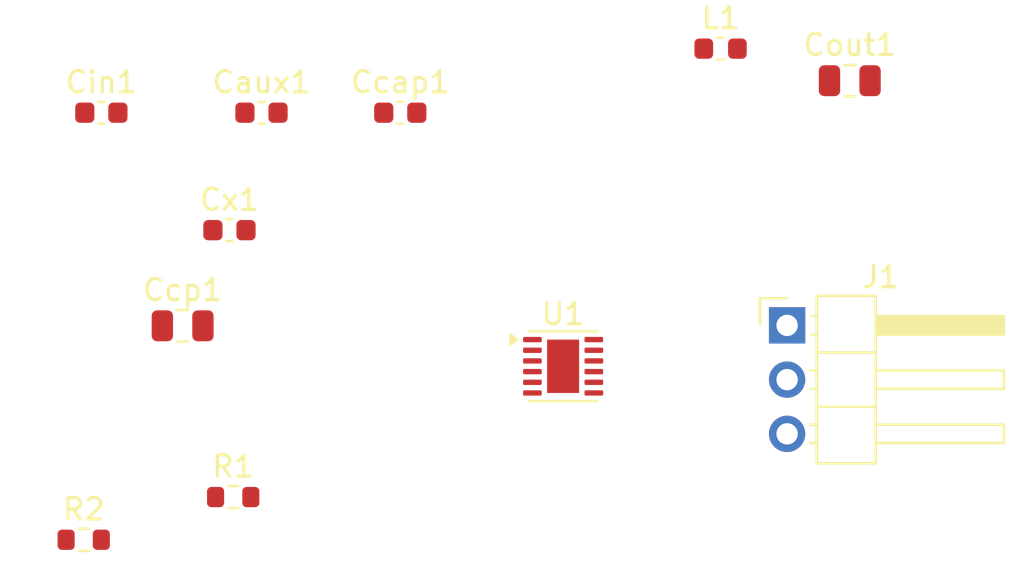
<source format=kicad_pcb>
(kicad_pcb (version 20241229) (generator "pcbnew") (generator_version "9.0")
  (layers (0 "F.Cu" signal) (2 "B.Cu" signal) (13 "F.Paste" user) (15 "B.Paste" user) (5 "F.SilkS" user "F.Silkscreen") (7 "B.SilkS" user "B.Silkscreen") (1 "F.Mask" user) (3 "B.Mask" user) (25 "Edge.Cuts" user))
  (net 0 "")
  (net 1 "Net-(U1-SW)")
  (net 2 "Net-(U1-CP)")
  (net 3 "Vin")
  (net 4 "GND")
  (net 5 "Vout")
  (net 6 "Net-(U1-CAP)")
  (net 7 "Net-(U1-FB)")
  (net 8 "Net-(U1-Vref)")
  (net 9 "Net-(U1-Vaux)")
  (footprint "Inductor_SMD:L_0603_1608Metric" (layer "F.Cu") (at 151 72.5)
    (property "Reference" "L1" (at 0 -1.43 0) (layer "F.SilkS"))
    (property "Value" "4.7 uH")
    (fp_line (start -0.162779 -0.51) (end 0.162779 -0.51) (stroke (width 0.12)) (layer "F.SilkS"))
    (fp_line (start -0.162779 0.51) (end 0.162779 0.51) (stroke (width 0.12)) (layer "F.SilkS"))
    (pad "1" smd roundrect (at -0.7875 0) (size 0.875 0.95) (layers "F.Cu" "F.Mask" "F.Paste") (net 1 "Net-(U1-SW)"))
    (pad "2" smd roundrect (at 0.7875 0) (size 0.875 0.95) (layers "F.Cu" "F.Mask" "F.Paste") (net 5 "Vout"))
  )
  (footprint "Capacitor_SMD:C_0805_2012Metric" (layer "F.Cu") (at 157.05 74)
    (property "Reference" "Cout1" (at 0 -1.68 0) (layer "F.SilkS"))
    (property "Value" "2 x 22uF10V / 0805")
    (fp_line (start -0.261252 -0.735) (end 0.261252 -0.735) (stroke (width 0.12)) (layer "F.SilkS"))
    (fp_line (start -0.261252 0.735) (end 0.261252 0.735) (stroke (width 0.12)) (layer "F.SilkS"))
    (pad "1" smd roundrect (at -0.95 0) (size 1 1.45) (layers "F.Cu" "F.Mask" "F.Paste") (net 5 "Vout"))
    (pad "2" smd roundrect (at 0.95 0) (size 1 1.45) (layers "F.Cu" "F.Mask" "F.Paste") (net 4 "GND"))
  )
  (footprint "Capacitor_SMD:C_0603_1608Metric" (layer "F.Cu") (at 129.5 75.5)
    (property "Reference" "Caux1" (at 0 -1.43 0) (layer "F.SilkS"))
    (property "Value" "220nF")
    (fp_line (start -0.14058 -0.51) (end 0.14058 -0.51) (stroke (width 0.12)) (layer "F.SilkS"))
    (fp_line (start -0.14058 0.51) (end 0.14058 0.51) (stroke (width 0.12)) (layer "F.SilkS"))
    (pad "1" smd roundrect (at -0.775 0) (size 0.9 0.95) (layers "F.Cu" "F.Mask" "F.Paste") (net 9 "Net-(U1-Vaux)"))
    (pad "2" smd roundrect (at 0.775 0) (size 0.9 0.95) (layers "F.Cu" "F.Mask" "F.Paste") (net 4 "GND"))
  )
  (footprint "Resistor_SMD:R_0603_1608Metric" (layer "F.Cu") (at 121.175 95.5)
    (property "Reference" "R2" (at 0 -1.43 0) (layer "F.SilkS"))
    (property "Value" "24k")
    (fp_line (start -0.237258 -0.5225) (end 0.237258 -0.5225) (stroke (width 0.12)) (layer "F.SilkS"))
    (fp_line (start -0.237258 0.5225) (end 0.237258 0.5225) (stroke (width 0.12)) (layer "F.SilkS"))
    (pad "1" smd roundrect (at -0.825 0) (size 0.8 0.95) (layers "F.Cu" "F.Mask" "F.Paste") (net 7 "Net-(U1-FB)"))
    (pad "2" smd roundrect (at 0.825 0) (size 0.8 0.95) (layers "F.Cu" "F.Mask" "F.Paste") (net 4 "GND"))
  )
  (footprint "Capacitor_SMD:C_0805_2012Metric" (layer "F.Cu") (at 125.8075 85.48)
    (property "Reference" "Ccp1" (at 0 -1.68 0) (layer "F.SilkS"))
    (property "Value" "3 x 10uF 16V / 0805")
    (fp_line (start -0.261252 -0.735) (end 0.261252 -0.735) (stroke (width 0.12)) (layer "F.SilkS"))
    (fp_line (start -0.261252 0.735) (end 0.261252 0.735) (stroke (width 0.12)) (layer "F.SilkS"))
    (pad "1" smd roundrect (at -0.95 0) (size 1 1.45) (layers "F.Cu" "F.Mask" "F.Paste") (net 2 "Net-(U1-CP)"))
    (pad "2" smd roundrect (at 0.95 0) (size 1 1.45) (layers "F.Cu" "F.Mask" "F.Paste") (net 1 "Net-(U1-SW)"))
  )
  (footprint "Capacitor_SMD:C_0603_1608Metric" (layer "F.Cu") (at 128 81)
    (property "Reference" "Cx1" (at 0 -1.43 0) (layer "F.SilkS"))
    (property "Value" "2.2uF 16V 0603")
    (fp_line (start -0.14058 -0.51) (end 0.14058 -0.51) (stroke (width 0.12)) (layer "F.SilkS"))
    (fp_line (start -0.14058 0.51) (end 0.14058 0.51) (stroke (width 0.12)) (layer "F.SilkS"))
    (pad "1" smd roundrect (at -0.775 0) (size 0.9 0.95) (layers "F.Cu" "F.Mask" "F.Paste") (net 4 "GND"))
    (pad "2" smd roundrect (at 0.775 0) (size 0.9 0.95) (layers "F.Cu" "F.Mask" "F.Paste") (net 3 "Vin"))
  )
  (footprint "Resistor_SMD:R_0603_1608Metric" (layer "F.Cu") (at 128.175 93.5)
    (property "Reference" "R1" (at 0 -1.43 0) (layer "F.SilkS"))
    (property "Value" "130k")
    (fp_line (start -0.237258 -0.5225) (end 0.237258 -0.5225) (stroke (width 0.12)) (layer "F.SilkS"))
    (fp_line (start -0.237258 0.5225) (end 0.237258 0.5225) (stroke (width 0.12)) (layer "F.SilkS"))
    (pad "1" smd roundrect (at -0.825 0) (size 0.8 0.95) (layers "F.Cu" "F.Mask" "F.Paste") (net 8 "Net-(U1-Vref)"))
    (pad "2" smd roundrect (at 0.825 0) (size 0.8 0.95) (layers "F.Cu" "F.Mask" "F.Paste") (net 7 "Net-(U1-FB)"))
  )
  (footprint "Capacitor_SMD:C_0603_1608Metric" (layer "F.Cu") (at 122 75.5)
    (property "Reference" "Cin1" (at 0 -1.43 0) (layer "F.SilkS"))
    (property "Value" "2x22uF 16V")
    (fp_line (start -0.14058 -0.51) (end 0.14058 -0.51) (stroke (width 0.12)) (layer "F.SilkS"))
    (fp_line (start -0.14058 0.51) (end 0.14058 0.51) (stroke (width 0.12)) (layer "F.SilkS"))
    (pad "1" smd roundrect (at -0.775 0) (size 0.9 0.95) (layers "F.Cu" "F.Mask" "F.Paste") (net 3 "Vin"))
    (pad "2" smd roundrect (at 0.775 0) (size 0.9 0.95) (layers "F.Cu" "F.Mask" "F.Paste") (net 4 "GND"))
  )
  (footprint "Connector_PinHeader_2.54mm:PinHeader_1x03_P2.54mm_Horizontal" (layer "F.Cu") (at 154.115 85.46)
    (property "Reference" "J1" (at 4.385 -2.27 0) (layer "F.SilkS"))
    (property "Value" "Conn_01x03")
    (fp_line (start -1.27 -1.27) (end 0 -1.27) (stroke (width 0.12)) (layer "F.SilkS"))
    (fp_line (start -1.27 0) (end -1.27 -1.27) (stroke (width 0.12)) (layer "F.SilkS"))
    (fp_line (start 1.077358 2.11) (end 1.39 2.11) (stroke (width 0.12)) (layer "F.SilkS"))
    (fp_line (start 1.077358 2.97) (end 1.39 2.97) (stroke (width 0.12)) (layer "F.SilkS"))
    (fp_line (start 1.077358 4.65) (end 1.39 4.65) (stroke (width 0.12)) (layer "F.SilkS"))
    (fp_line (start 1.077358 5.51) (end 1.39 5.51) (stroke (width 0.12)) (layer "F.SilkS"))
    (fp_line (start 1.16 -0.43) (end 1.39 -0.43) (stroke (width 0.12)) (layer "F.SilkS"))
    (fp_line (start 1.16 0.43) (end 1.39 0.43) (stroke (width 0.12)) (layer "F.SilkS"))
    (fp_line (start 1.39 -1.38) (end 1.39 6.46) (stroke (width 0.12)) (layer "F.SilkS"))
    (fp_line (start 1.39 1.27) (end 4.15 1.27) (stroke (width 0.12)) (layer "F.SilkS"))
    (fp_line (start 1.39 3.81) (end 4.15 3.81) (stroke (width 0.12)) (layer "F.SilkS"))
    (fp_line (start 1.39 6.46) (end 4.15 6.46) (stroke (width 0.12)) (layer "F.SilkS"))
    (fp_line (start 4.15 -1.38) (end 1.39 -1.38) (stroke (width 0.12)) (layer "F.SilkS"))
    (fp_line (start 4.15 2.11) (end 10.15 2.11) (stroke (width 0.12)) (layer "F.SilkS"))
    (fp_line (start 4.15 4.65) (end 10.15 4.65) (stroke (width 0.12)) (layer "F.SilkS"))
    (fp_line (start 4.15 6.46) (end 4.15 -1.38) (stroke (width 0.12)) (layer "F.SilkS"))
    (fp_line (start 10.15 2.11) (end 10.15 2.97) (stroke (width 0.12)) (layer "F.SilkS"))
    (fp_line (start 10.15 2.97) (end 4.15 2.97) (stroke (width 0.12)) (layer "F.SilkS"))
    (fp_line (start 10.15 4.65) (end 10.15 5.51) (stroke (width 0.12)) (layer "F.SilkS"))
    (fp_line (start 10.15 5.51) (end 4.15 5.51) (stroke (width 0.12)) (layer "F.SilkS"))
    (fp_rect (start 4.15 -0.43) (end 10.15 0.43) (stroke (width 0.12)) (fill yes) (layer "F.SilkS"))
    (pad "1" thru_hole rect (at 0 0) (size 1.7 1.7) (drill 1) (layers "*.Cu" "*.Mask") (net 3 "Vin"))
    (pad "2" thru_hole circle (at 0 2.54) (size 1.7 1.7) (drill 1) (layers "*.Cu" "*.Mask") (net 5 "Vout"))
    (pad "3" thru_hole circle (at 0 5.08) (size 1.7 1.7) (drill 1) (layers "*.Cu" "*.Mask") (net 4 "GND"))
  )
  (footprint "Package_SON:WSON-12-1EP_3x3mm_P0.5mm_EP1.5x2.5mm" (layer "F.Cu") (at 143.625 87.375)
    (property "Reference" "U1" (at 0 -2.45 0) (layer "F.SilkS"))
    (property "Value" "TPS63710")
    (fp_line (start -1.61 -1.635) (end 1.61 -1.635) (stroke (width 0.12)) (layer "F.SilkS"))
    (fp_line (start 1.61 1.635) (end -1.61 1.635) (stroke (width 0.12)) (layer "F.SilkS"))
    (fp_poly (pts (xy -2.14 -1.25) (xy -2.47 -1.01) (xy -2.47 -1.49)) (stroke (width 0.12)) (fill yes) (layer "F.SilkS"))
    (pad "1" smd roundrect (at -1.4375 -1.25) (size 0.875 0.25) (layers "F.Cu" "F.Mask" "F.Paste") (net 9 "Net-(U1-Vaux)"))
    (pad "2" smd roundrect (at -1.4375 -0.75) (size 0.875 0.25) (layers "F.Cu" "F.Mask" "F.Paste") (net 3 "Vin"))
    (pad "3" smd roundrect (at -1.4375 -0.25) (size 0.875 0.25) (layers "F.Cu" "F.Mask" "F.Paste"))
    (pad "4" smd roundrect (at -1.4375 0.25) (size 0.875 0.25) (layers "F.Cu" "F.Mask" "F.Paste") (net 8 "Net-(U1-Vref)"))
    (pad "5" smd roundrect (at -1.4375 0.75) (size 0.875 0.25) (layers "F.Cu" "F.Mask" "F.Paste") (net 7 "Net-(U1-FB)"))
    (pad "6" smd roundrect (at -1.4375 1.25) (size 0.875 0.25) (layers "F.Cu" "F.Mask" "F.Paste") (net 6 "Net-(U1-CAP)"))
    (pad "7" smd roundrect (at 1.4375 1.25) (size 0.875 0.25) (layers "F.Cu" "F.Mask" "F.Paste") (net 5 "Vout"))
    (pad "8" smd roundrect (at 1.4375 0.75) (size 0.875 0.25) (layers "F.Cu" "F.Mask" "F.Paste") (net 1 "Net-(U1-SW)"))
    (pad "9" smd roundrect (at 1.4375 0.25) (size 0.875 0.25) (layers "F.Cu" "F.Mask" "F.Paste") (net 4 "GND"))
    (pad "10" smd roundrect (at 1.4375 -0.25) (size 0.875 0.25) (layers "F.Cu" "F.Mask" "F.Paste") (net 4 "GND"))
    (pad "11" smd roundrect (at 1.4375 -0.75) (size 0.875 0.25) (layers "F.Cu" "F.Mask" "F.Paste") (net 2 "Net-(U1-CP)"))
    (pad "12" smd roundrect (at 1.4375 -1.25) (size 0.875 0.25) (layers "F.Cu" "F.Mask" "F.Paste") (net 3 "Vin"))
    (pad "13" smd rect (at 0 0) (size 1.5 2.5) (property pad_prop_heatsink) (layers "F.Cu" "F.Mask") (net 4 "GND"))
  )
  (footprint "Capacitor_SMD:C_0603_1608Metric" (layer "F.Cu") (at 136 75.5)
    (property "Reference" "Ccap1" (at 0 -1.43 0) (layer "F.SilkS"))
    (property "Value" "1uF")
    (fp_line (start -0.14058 -0.51) (end 0.14058 -0.51) (stroke (width 0.12)) (layer "F.SilkS"))
    (fp_line (start -0.14058 0.51) (end 0.14058 0.51) (stroke (width 0.12)) (layer "F.SilkS"))
    (pad "1" smd roundrect (at -0.775 0) (size 0.9 0.95) (layers "F.Cu" "F.Mask" "F.Paste") (net 6 "Net-(U1-CAP)"))
    (pad "2" smd roundrect (at 0.775 0) (size 0.9 0.95) (layers "F.Cu" "F.Mask" "F.Paste") (net 4 "GND"))
  )
)
</source>
